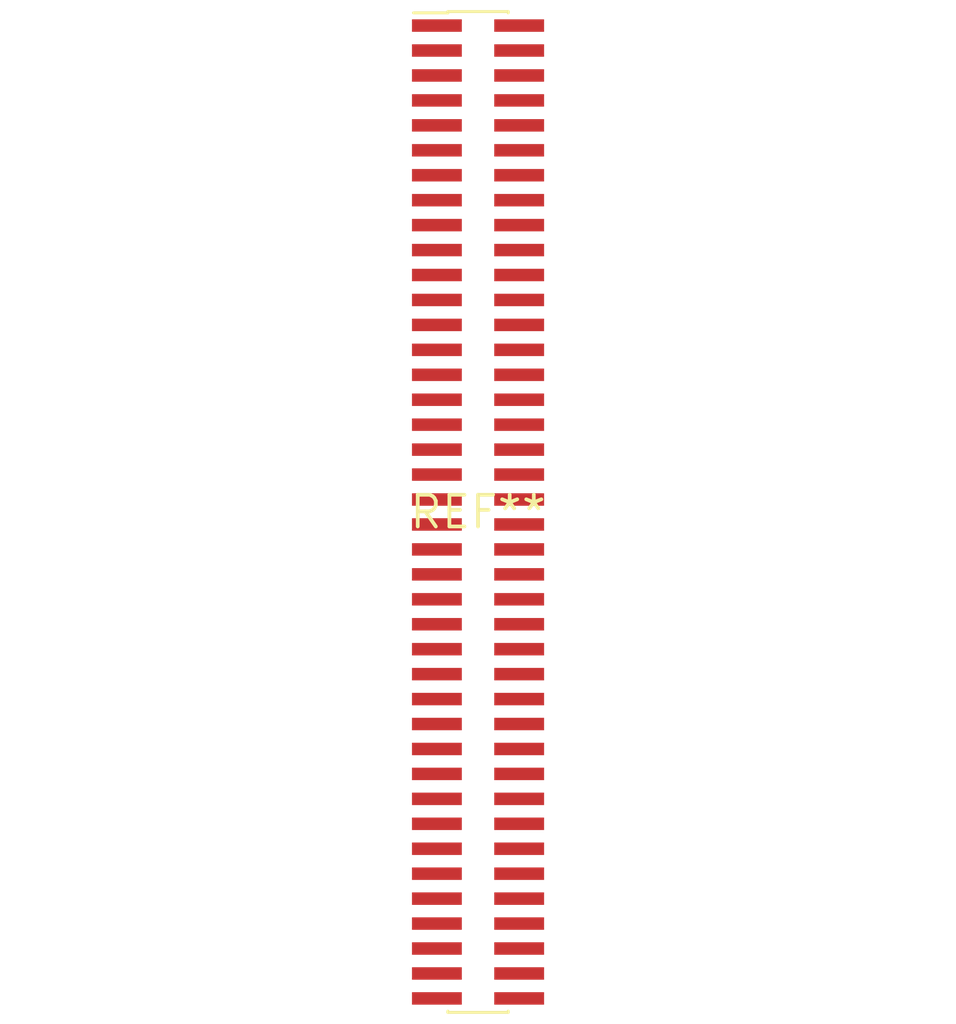
<source format=kicad_pcb>
(kicad_pcb (version 20240108) (generator pcbnew)
  (layers (0 "F.Cu" signal) (31 "B.Cu" signal) (34 "B.Paste" user) (35 "F.Paste" user) (36 "B.SilkS" user "B.Silkscreen") (37 "F.SilkS" user "F.Silkscreen") (38 "B.Mask" user) (39 "F.Mask" user) (44 "Edge.Cuts" user))
  (net 0 "")
  (footprint "PinHeader_2x40_P1.00mm_Vertical_SMD" (layer "F.Cu") (at 0 0)
    (property "Reference" "REF**")
    (property "Value" "PinHeader_2x40_P1.00mm_Vertical_SMD")
    (fp_line (start -2.59 -20.01) (end -1.21 -20.01) (layer "F.SilkS") (stroke (width 0.12)))
    (fp_line (start -1.21 -20.06) (end -1.21 -20.01) (layer "F.SilkS") (stroke (width 0.12)))
    (fp_line (start -1.21 -20.06) (end 1.21 -20.06) (layer "F.SilkS") (stroke (width 0.12)))
    (fp_line (start -1.21 20.01) (end -1.21 20.06) (layer "F.SilkS") (stroke (width 0.12)))
    (fp_line (start -1.21 20.06) (end 1.21 20.06) (layer "F.SilkS") (stroke (width 0.12)))
    (fp_line (start 1.21 -20.06) (end 1.21 -20.01) (layer "F.SilkS") (stroke (width 0.12)))
    (fp_line (start 1.21 20.01) (end 1.21 20.06) (layer "F.SilkS") (stroke (width 0.12)))
    (pad "1" smd rect (at -1.65 -19.5) (size 2 0.5) (layers "F.Cu" "F.Paste" "F.Mask"))
    (pad "2" smd rect (at 1.65 -19.5) (size 2 0.5) (layers "F.Cu" "F.Paste" "F.Mask"))
    (pad "3" smd rect (at -1.65 -18.5) (size 2 0.5) (layers "F.Cu" "F.Paste" "F.Mask"))
    (pad "4" smd rect (at 1.65 -18.5) (size 2 0.5) (layers "F.Cu" "F.Paste" "F.Mask"))
    (pad "5" smd rect (at -1.65 -17.5) (size 2 0.5) (layers "F.Cu" "F.Paste" "F.Mask"))
    (pad "6" smd rect (at 1.65 -17.5) (size 2 0.5) (layers "F.Cu" "F.Paste" "F.Mask"))
    (pad "7" smd rect (at -1.65 -16.5) (size 2 0.5) (layers "F.Cu" "F.Paste" "F.Mask"))
    (pad "8" smd rect (at 1.65 -16.5) (size 2 0.5) (layers "F.Cu" "F.Paste" "F.Mask"))
    (pad "9" smd rect (at -1.65 -15.5) (size 2 0.5) (layers "F.Cu" "F.Paste" "F.Mask"))
    (pad "10" smd rect (at 1.65 -15.5) (size 2 0.5) (layers "F.Cu" "F.Paste" "F.Mask"))
    (pad "11" smd rect (at -1.65 -14.5) (size 2 0.5) (layers "F.Cu" "F.Paste" "F.Mask"))
    (pad "12" smd rect (at 1.65 -14.5) (size 2 0.5) (layers "F.Cu" "F.Paste" "F.Mask"))
    (pad "13" smd rect (at -1.65 -13.5) (size 2 0.5) (layers "F.Cu" "F.Paste" "F.Mask"))
    (pad "14" smd rect (at 1.65 -13.5) (size 2 0.5) (layers "F.Cu" "F.Paste" "F.Mask"))
    (pad "15" smd rect (at -1.65 -12.5) (size 2 0.5) (layers "F.Cu" "F.Paste" "F.Mask"))
    (pad "16" smd rect (at 1.65 -12.5) (size 2 0.5) (layers "F.Cu" "F.Paste" "F.Mask"))
    (pad "17" smd rect (at -1.65 -11.5) (size 2 0.5) (layers "F.Cu" "F.Paste" "F.Mask"))
    (pad "18" smd rect (at 1.65 -11.5) (size 2 0.5) (layers "F.Cu" "F.Paste" "F.Mask"))
    (pad "19" smd rect (at -1.65 -10.5) (size 2 0.5) (layers "F.Cu" "F.Paste" "F.Mask"))
    (pad "20" smd rect (at 1.65 -10.5) (size 2 0.5) (layers "F.Cu" "F.Paste" "F.Mask"))
    (pad "21" smd rect (at -1.65 -9.5) (size 2 0.5) (layers "F.Cu" "F.Paste" "F.Mask"))
    (pad "22" smd rect (at 1.65 -9.5) (size 2 0.5) (layers "F.Cu" "F.Paste" "F.Mask"))
    (pad "23" smd rect (at -1.65 -8.5) (size 2 0.5) (layers "F.Cu" "F.Paste" "F.Mask"))
    (pad "24" smd rect (at 1.65 -8.5) (size 2 0.5) (layers "F.Cu" "F.Paste" "F.Mask"))
    (pad "25" smd rect (at -1.65 -7.5) (size 2 0.5) (layers "F.Cu" "F.Paste" "F.Mask"))
    (pad "26" smd rect (at 1.65 -7.5) (size 2 0.5) (layers "F.Cu" "F.Paste" "F.Mask"))
    (pad "27" smd rect (at -1.65 -6.5) (size 2 0.5) (layers "F.Cu" "F.Paste" "F.Mask"))
    (pad "28" smd rect (at 1.65 -6.5) (size 2 0.5) (layers "F.Cu" "F.Paste" "F.Mask"))
    (pad "29" smd rect (at -1.65 -5.5) (size 2 0.5) (layers "F.Cu" "F.Paste" "F.Mask"))
    (pad "30" smd rect (at 1.65 -5.5) (size 2 0.5) (layers "F.Cu" "F.Paste" "F.Mask"))
    (pad "31" smd rect (at -1.65 -4.5) (size 2 0.5) (layers "F.Cu" "F.Paste" "F.Mask"))
    (pad "32" smd rect (at 1.65 -4.5) (size 2 0.5) (layers "F.Cu" "F.Paste" "F.Mask"))
    (pad "33" smd rect (at -1.65 -3.5) (size 2 0.5) (layers "F.Cu" "F.Paste" "F.Mask"))
    (pad "34" smd rect (at 1.65 -3.5) (size 2 0.5) (layers "F.Cu" "F.Paste" "F.Mask"))
    (pad "35" smd rect (at -1.65 -2.5) (size 2 0.5) (layers "F.Cu" "F.Paste" "F.Mask"))
    (pad "36" smd rect (at 1.65 -2.5) (size 2 0.5) (layers "F.Cu" "F.Paste" "F.Mask"))
    (pad "37" smd rect (at -1.65 -1.5) (size 2 0.5) (layers "F.Cu" "F.Paste" "F.Mask"))
    (pad "38" smd rect (at 1.65 -1.5) (size 2 0.5) (layers "F.Cu" "F.Paste" "F.Mask"))
    (pad "39" smd rect (at -1.65 -0.5) (size 2 0.5) (layers "F.Cu" "F.Paste" "F.Mask"))
    (pad "40" smd rect (at 1.65 -0.5) (size 2 0.5) (layers "F.Cu" "F.Paste" "F.Mask"))
    (pad "41" smd rect (at -1.65 0.5) (size 2 0.5) (layers "F.Cu" "F.Paste" "F.Mask"))
    (pad "42" smd rect (at 1.65 0.5) (size 2 0.5) (layers "F.Cu" "F.Paste" "F.Mask"))
    (pad "43" smd rect (at -1.65 1.5) (size 2 0.5) (layers "F.Cu" "F.Paste" "F.Mask"))
    (pad "44" smd rect (at 1.65 1.5) (size 2 0.5) (layers "F.Cu" "F.Paste" "F.Mask"))
    (pad "45" smd rect (at -1.65 2.5) (size 2 0.5) (layers "F.Cu" "F.Paste" "F.Mask"))
    (pad "46" smd rect (at 1.65 2.5) (size 2 0.5) (layers "F.Cu" "F.Paste" "F.Mask"))
    (pad "47" smd rect (at -1.65 3.5) (size 2 0.5) (layers "F.Cu" "F.Paste" "F.Mask"))
    (pad "48" smd rect (at 1.65 3.5) (size 2 0.5) (layers "F.Cu" "F.Paste" "F.Mask"))
    (pad "49" smd rect (at -1.65 4.5) (size 2 0.5) (layers "F.Cu" "F.Paste" "F.Mask"))
    (pad "50" smd rect (at 1.65 4.5) (size 2 0.5) (layers "F.Cu" "F.Paste" "F.Mask"))
    (pad "51" smd rect (at -1.65 5.5) (size 2 0.5) (layers "F.Cu" "F.Paste" "F.Mask"))
    (pad "52" smd rect (at 1.65 5.5) (size 2 0.5) (layers "F.Cu" "F.Paste" "F.Mask"))
    (pad "53" smd rect (at -1.65 6.5) (size 2 0.5) (layers "F.Cu" "F.Paste" "F.Mask"))
    (pad "54" smd rect (at 1.65 6.5) (size 2 0.5) (layers "F.Cu" "F.Paste" "F.Mask"))
    (pad "55" smd rect (at -1.65 7.5) (size 2 0.5) (layers "F.Cu" "F.Paste" "F.Mask"))
    (pad "56" smd rect (at 1.65 7.5) (size 2 0.5) (layers "F.Cu" "F.Paste" "F.Mask"))
    (pad "57" smd rect (at -1.65 8.5) (size 2 0.5) (layers "F.Cu" "F.Paste" "F.Mask"))
    (pad "58" smd rect (at 1.65 8.5) (size 2 0.5) (layers "F.Cu" "F.Paste" "F.Mask"))
    (pad "59" smd rect (at -1.65 9.5) (size 2 0.5) (layers "F.Cu" "F.Paste" "F.Mask"))
    (pad "60" smd rect (at 1.65 9.5) (size 2 0.5) (layers "F.Cu" "F.Paste" "F.Mask"))
    (pad "61" smd rect (at -1.65 10.5) (size 2 0.5) (layers "F.Cu" "F.Paste" "F.Mask"))
    (pad "62" smd rect (at 1.65 10.5) (size 2 0.5) (layers "F.Cu" "F.Paste" "F.Mask"))
    (pad "63" smd rect (at -1.65 11.5) (size 2 0.5) (layers "F.Cu" "F.Paste" "F.Mask"))
    (pad "64" smd rect (at 1.65 11.5) (size 2 0.5) (layers "F.Cu" "F.Paste" "F.Mask"))
    (pad "65" smd rect (at -1.65 12.5) (size 2 0.5) (layers "F.Cu" "F.Paste" "F.Mask"))
    (pad "66" smd rect (at 1.65 12.5) (size 2 0.5) (layers "F.Cu" "F.Paste" "F.Mask"))
    (pad "67" smd rect (at -1.65 13.5) (size 2 0.5) (layers "F.Cu" "F.Paste" "F.Mask"))
    (pad "68" smd rect (at 1.65 13.5) (size 2 0.5) (layers "F.Cu" "F.Paste" "F.Mask"))
    (pad "69" smd rect (at -1.65 14.5) (size 2 0.5) (layers "F.Cu" "F.Paste" "F.Mask"))
    (pad "70" smd rect (at 1.65 14.5) (size 2 0.5) (layers "F.Cu" "F.Paste" "F.Mask"))
    (pad "71" smd rect (at -1.65 15.5) (size 2 0.5) (layers "F.Cu" "F.Paste" "F.Mask"))
    (pad "72" smd rect (at 1.65 15.5) (size 2 0.5) (layers "F.Cu" "F.Paste" "F.Mask"))
    (pad "73" smd rect (at -1.65 16.5) (size 2 0.5) (layers "F.Cu" "F.Paste" "F.Mask"))
    (pad "74" smd rect (at 1.65 16.5) (size 2 0.5) (layers "F.Cu" "F.Paste" "F.Mask"))
    (pad "75" smd rect (at -1.65 17.5) (size 2 0.5) (layers "F.Cu" "F.Paste" "F.Mask"))
    (pad "76" smd rect (at 1.65 17.5) (size 2 0.5) (layers "F.Cu" "F.Paste" "F.Mask"))
    (pad "77" smd rect (at -1.65 18.5) (size 2 0.5) (layers "F.Cu" "F.Paste" "F.Mask"))
    (pad "78" smd rect (at 1.65 18.5) (size 2 0.5) (layers "F.Cu" "F.Paste" "F.Mask"))
    (pad "79" smd rect (at -1.65 19.5) (size 2 0.5) (layers "F.Cu" "F.Paste" "F.Mask"))
    (pad "80" smd rect (at 1.65 19.5) (size 2 0.5) (layers "F.Cu" "F.Paste" "F.Mask"))
  )
)
</source>
